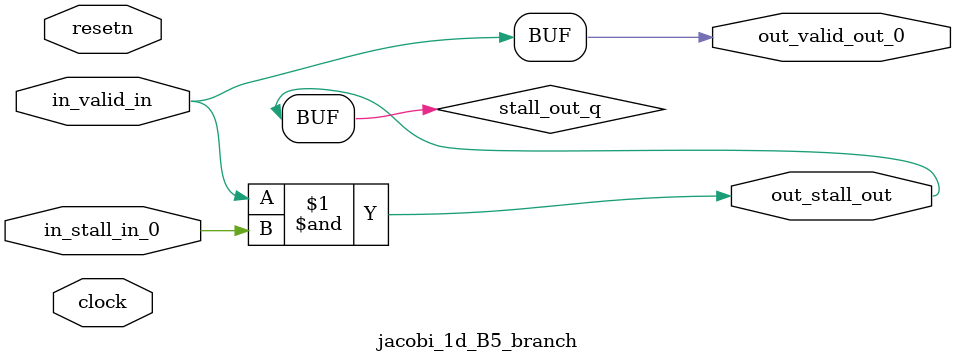
<source format=sv>



(* altera_attribute = "-name AUTO_SHIFT_REGISTER_RECOGNITION OFF; -name MESSAGE_DISABLE 10036; -name MESSAGE_DISABLE 10037; -name MESSAGE_DISABLE 14130; -name MESSAGE_DISABLE 14320; -name MESSAGE_DISABLE 15400; -name MESSAGE_DISABLE 14130; -name MESSAGE_DISABLE 10036; -name MESSAGE_DISABLE 12020; -name MESSAGE_DISABLE 12030; -name MESSAGE_DISABLE 12010; -name MESSAGE_DISABLE 12110; -name MESSAGE_DISABLE 14320; -name MESSAGE_DISABLE 13410; -name MESSAGE_DISABLE 113007; -name MESSAGE_DISABLE 10958" *)
module jacobi_1d_B5_branch (
    input wire [0:0] in_stall_in_0,
    input wire [0:0] in_valid_in,
    output wire [0:0] out_stall_out,
    output wire [0:0] out_valid_out_0,
    input wire clock,
    input wire resetn
    );

    wire [0:0] stall_out_q;


    // stall_out(LOGICAL,6)
    assign stall_out_q = in_valid_in & in_stall_in_0;

    // out_stall_out(GPOUT,4)
    assign out_stall_out = stall_out_q;

    // out_valid_out_0(GPOUT,5)
    assign out_valid_out_0 = in_valid_in;

endmodule

</source>
